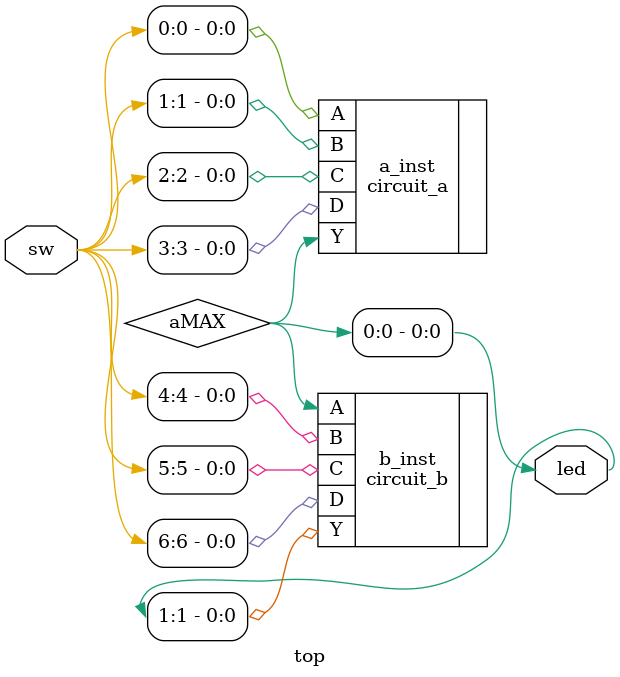
<source format=v>
module top (
    input [6:0] sw,
    output [1:0] led
    );
    
wire aMAX;

circuit_a a_inst(
    .A(sw[0]),
    .B(sw[1]),
    .C(sw[2]),
    .D(sw[3]),
    .Y(aMAX)
);

assign led[0] = aMAX;

//wire bMIN;
circuit_b b_inst(
    .A(aMAX),
    .B(sw[4]),
    .C(sw[5]),
    .D(sw[6]),
    .Y(led[1])
    );

    
endmodule
</source>
